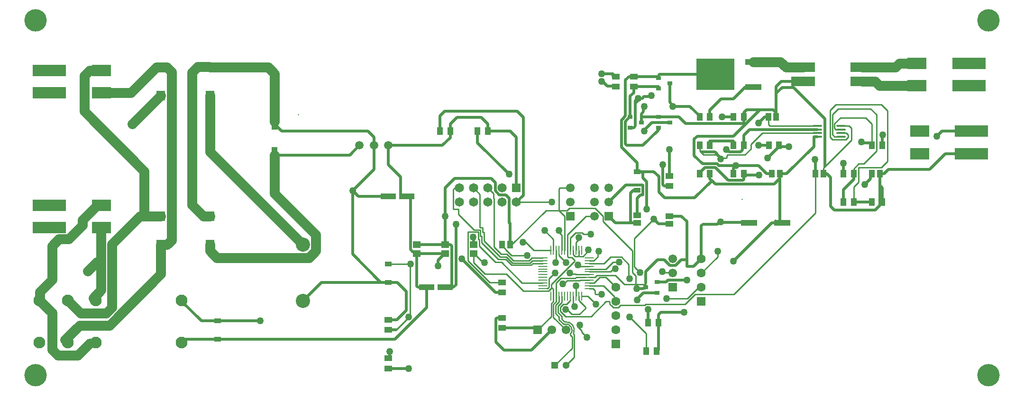
<source format=gtl>
G04*
G04 #@! TF.GenerationSoftware,Altium Limited,Altium Designer,23.2.1 (34)*
G04*
G04 Layer_Physical_Order=1*
G04 Layer_Color=255*
%FSLAX44Y44*%
%MOMM*%
G71*
G04*
G04 #@! TF.SameCoordinates,88D0D14B-AD0B-4371-A2B6-2D90086A33F9*
G04*
G04*
G04 #@! TF.FilePolarity,Positive*
G04*
G01*
G75*
%ADD15C,0.2540*%
%ADD18O,1.7000X0.3500*%
%ADD19R,1.1000X2.9000*%
%ADD20R,1.4500X1.0500*%
%ADD21R,1.0500X1.4500*%
%ADD22R,2.9000X1.1000*%
%ADD23R,2.8000X1.1000*%
%ADD24R,1.5000X1.7000*%
%ADD25R,1.6552X0.2525*%
G04:AMPARAMS|DCode=26|XSize=1.6552mm|YSize=0.2525mm|CornerRadius=0.1262mm|HoleSize=0mm|Usage=FLASHONLY|Rotation=0.000|XOffset=0mm|YOffset=0mm|HoleType=Round|Shape=RoundedRectangle|*
%AMROUNDEDRECTD26*
21,1,1.6552,0.0000,0,0,0.0*
21,1,1.4028,0.2525,0,0,0.0*
1,1,0.2525,0.7014,0.0000*
1,1,0.2525,-0.7014,0.0000*
1,1,0.2525,-0.7014,0.0000*
1,1,0.2525,0.7014,0.0000*
%
%ADD26ROUNDEDRECTD26*%
G04:AMPARAMS|DCode=27|XSize=0.2525mm|YSize=1.6552mm|CornerRadius=0.1262mm|HoleSize=0mm|Usage=FLASHONLY|Rotation=0.000|XOffset=0mm|YOffset=0mm|HoleType=Round|Shape=RoundedRectangle|*
%AMROUNDEDRECTD27*
21,1,0.2525,1.4028,0,0,0.0*
21,1,0.0000,1.6552,0,0,0.0*
1,1,0.2525,0.0000,-0.7014*
1,1,0.2525,0.0000,-0.7014*
1,1,0.2525,0.0000,0.7014*
1,1,0.2525,0.0000,0.7014*
%
%ADD27ROUNDEDRECTD27*%
%ADD28R,3.5000X2.0000*%
%ADD29R,6.0000X2.0000*%
%ADD30R,1.1046X1.3562*%
%ADD31R,1.3562X1.1046*%
%ADD32R,6.9000X5.6500*%
%ADD33R,2.8500X1.0000*%
%ADD34R,1.2200X0.9100*%
%ADD35R,0.9000X0.8000*%
%ADD36R,4.2700X1.7800*%
%ADD37R,1.4562X1.3046*%
%ADD59R,1.3000X1.3000*%
%ADD60C,1.3000*%
%ADD66C,0.2540*%
%ADD67C,1.7780*%
%ADD68C,0.5080*%
%ADD69C,2.5400*%
%ADD70C,1.6000*%
%ADD71R,1.6000X1.6000*%
%ADD72C,2.1000*%
%ADD73C,1.5500*%
%ADD74R,1.5500X1.5500*%
%ADD75R,1.5500X1.5500*%
%ADD76C,1.5190*%
%ADD77R,1.6500X1.6500*%
%ADD78C,1.6500*%
%ADD79C,4.0000*%
%ADD80C,1.2700*%
D15*
X986140Y100160D02*
Y100159D01*
X986140Y100682D02*
G03*
X971021Y121177I-13320J5998D01*
G01*
X980620Y99585D02*
G03*
X969848Y116797I-7800J7095D01*
G01*
X1243330Y237490D02*
Y247650D01*
X1214120Y208280D02*
X1243330Y237490D01*
X494530Y492080D02*
X494620Y492170D01*
X1286620Y340950D02*
X1286710Y340860D01*
X975320Y249535D02*
Y277085D01*
Y237962D02*
Y249535D01*
X1097280Y187960D02*
X1115220D01*
X961525Y360680D02*
X980440D01*
X960037Y320424D02*
X974728D01*
X970320Y249535D02*
Y300549D01*
X969896Y300973D02*
Y310565D01*
X875538Y259080D02*
X936882Y320424D01*
X969896Y300973D02*
X970320Y300549D01*
X960037Y359192D02*
X961525Y360680D01*
X960037Y320424D02*
X969896Y310565D01*
X936882Y320424D02*
X960037D01*
Y359192D01*
X883920Y335280D02*
X946963D01*
X1014075Y200780D02*
X1024128D01*
X1013884D02*
X1014075D01*
X960120Y281731D02*
X965320Y276531D01*
X960120Y281731D02*
Y284480D01*
X974728Y320424D02*
X978792Y324488D01*
X1261582Y420116D02*
X1292352D01*
X1302766Y430530D01*
X1260094Y415544D02*
Y418628D01*
X1261582Y420116D01*
X1248410Y412750D02*
X1249680Y414020D01*
X1241806Y420116D02*
X1248410Y413512D01*
Y412750D02*
Y413512D01*
X1249680Y414020D02*
X1258570D01*
X1260094Y415544D01*
X1213760Y424434D02*
X1218078Y420116D01*
X1241806D01*
X989584Y280924D02*
X1001810D01*
X1004488Y278246D02*
X1017154D01*
X990320Y263671D02*
X995680Y269031D01*
X1001810Y280924D02*
X1004488Y278246D01*
X990320Y249535D02*
Y263671D01*
X980320Y271660D02*
X989584Y280924D01*
X995680Y269031D02*
Y271780D01*
X980320Y249535D02*
Y271660D01*
X990832Y205780D02*
X1014075D01*
X979401Y208280D02*
X980631Y207050D01*
X989561D02*
X990832Y205780D01*
X980631Y207050D02*
X989561D01*
X993891Y222769D02*
X996640D01*
X998629Y220780D02*
X1014075D01*
X996640Y222769D02*
X998629Y220780D01*
X955320Y191012D02*
X963445Y199136D01*
X990324Y167029D02*
Y185924D01*
X990320Y167025D02*
X990324Y167029D01*
X963445Y199136D02*
X989307D01*
X990951Y200780D01*
X977536Y195072D02*
X997543D01*
X977165Y194700D02*
X977536Y195072D01*
X990324Y185924D02*
X990328Y185928D01*
X997543Y195072D02*
X998251Y195780D01*
X990951Y200780D02*
X1007068D01*
X960328Y239822D02*
X972704Y227446D01*
X946700Y188510D02*
X987759Y229569D01*
X982958Y236474D02*
X987759Y231673D01*
Y229569D02*
Y231673D01*
X955320Y167025D02*
Y191012D01*
X969219Y189230D02*
X974689Y194700D01*
X966470Y189230D02*
X969219D01*
X974689Y194700D02*
X977165D01*
X946700Y182417D02*
Y188510D01*
X896613Y176276D02*
X941070D01*
X945894Y181611D02*
X946700Y182417D01*
X942635Y198696D02*
X952335Y208396D01*
X953654D01*
X942635Y184100D02*
Y198696D01*
X998251Y195780D02*
X1014075D01*
X940259Y181724D02*
X942635Y184100D01*
X960328Y239822D02*
Y242528D01*
X955312Y228906D02*
Y249527D01*
X955320Y249535D01*
X953759Y227352D02*
X955312Y228906D01*
X807720Y243064D02*
X808478D01*
X824212Y227330D01*
X826770D01*
X1059145Y160056D02*
X1061720Y157480D01*
X1059145Y160056D02*
Y166406D01*
X1014075Y185780D02*
X1039770D01*
X1059145Y166406D01*
X1025704Y170180D02*
X1036320D01*
X1024216Y171668D02*
X1025704Y170180D01*
X1024216Y171668D02*
Y177637D01*
X1021073Y180780D02*
X1024216Y177637D01*
X865084Y233034D02*
X875360Y222758D01*
X866346Y237519D02*
X877044Y226822D01*
X878727Y230886D02*
X906758D01*
X864219Y251142D02*
X875330Y240030D01*
X858520Y257822D02*
X864219Y252124D01*
X910124Y222758D02*
X913146Y225780D01*
X856991Y242824D02*
X866789D01*
X912399Y230780D02*
X931565D01*
X851287Y233034D02*
X865084D01*
X875360Y222758D02*
X910124D01*
X906758Y230886D02*
X911652Y235780D01*
X908441Y226822D02*
X912399Y230780D01*
X913146Y225780D02*
X931565D01*
X877044Y226822D02*
X908441D01*
X864219Y251142D02*
Y252124D01*
X911652Y235780D02*
X931565D01*
X858520Y257822D02*
Y259080D01*
X854930Y237519D02*
X866346D01*
X866789Y242824D02*
X878727Y230886D01*
X875330Y240030D02*
X902970D01*
X844296Y255519D02*
X856991Y242824D01*
X1536192Y397256D02*
X1547114Y408178D01*
X1536192Y510032D02*
X1547114Y499110D01*
Y408178D02*
Y499110D01*
X975320Y237962D02*
X976808Y236474D01*
X996738Y238465D02*
X1003005D01*
X976808Y236474D02*
X982958D01*
X995320Y239882D02*
X996738Y238465D01*
X1003005D02*
X1012952Y248412D01*
X1486620Y362924D02*
X1494790Y371094D01*
Y397256D02*
X1536192D01*
X1494790Y371094D02*
Y397256D01*
X1486620Y335280D02*
Y362924D01*
X1211220Y426974D02*
X1213760Y424434D01*
X985320Y241784D02*
X988640Y238465D01*
X985320Y241784D02*
Y249535D01*
X1021990Y230780D02*
X1022350Y231140D01*
X1023102D01*
X1014075Y230780D02*
X1021990D01*
X1029296Y237334D02*
Y245706D01*
X1023102Y231140D02*
X1029296Y237334D01*
X1207067Y180305D02*
X1211544D01*
X1151890Y162560D02*
X1189323D01*
X1211544Y180305D02*
X1214120Y182880D01*
X1189323Y162560D02*
X1207067Y180305D01*
X1084580Y200660D02*
Y224228D01*
X1071461Y237347D02*
X1084580Y224228D01*
X1052054Y237347D02*
X1071461D01*
X1040487Y225780D02*
X1052054Y237347D01*
X1014075Y225780D02*
X1040487D01*
X1043820Y215780D02*
X1056243Y228203D01*
X1067673D01*
X1012952Y248412D02*
Y250190D01*
X1029296Y245706D02*
X1031240Y247650D01*
X1145540Y209550D02*
X1162050D01*
X1163320Y208280D01*
X1144270Y210820D02*
X1145540Y209550D01*
X1104806Y209296D02*
Y209550D01*
X1094994Y219362D02*
X1104806Y209550D01*
X1097280Y187960D02*
Y203200D01*
X1090930Y209550D02*
Y248519D01*
Y209550D02*
X1097280Y203200D01*
X1094994Y219362D02*
Y270614D01*
X1129284Y304904D01*
X1038476Y300973D02*
X1090930Y248519D01*
X1077260Y187960D02*
X1097280D01*
X1060496Y204724D02*
X1077260Y187960D01*
X1014075Y215780D02*
X1043820D01*
X1014075Y210780D02*
X1052581D01*
X1057701Y215900D02*
X1060450D01*
X1052581Y210780D02*
X1057701Y215900D01*
X1028072Y204724D02*
X1060496D01*
X1014075Y180780D02*
X1021073D01*
X971572Y130556D02*
X1017247D01*
X1044172Y157480D02*
X1049682D01*
X1017247Y130556D02*
X1044172Y157480D01*
X1000320Y167025D02*
X1011535D01*
X1026160Y152400D01*
X1050426Y156736D02*
X1051008Y156154D01*
Y152927D02*
Y156154D01*
X1049682Y157480D02*
X1050426Y156736D01*
X1051008Y152927D02*
X1054088Y149847D01*
X1000876Y102754D02*
X1009766Y93864D01*
X1000876Y102754D02*
Y105504D01*
X995172Y111207D02*
X1000876Y105504D01*
X995172Y111207D02*
Y113030D01*
X983189Y134620D02*
X996655D01*
X962406Y139722D02*
X971572Y130556D01*
X996655Y134620D02*
X1007263Y145228D01*
X974299Y143510D02*
X983189Y134620D01*
X988060Y148590D02*
Y151339D01*
X1007263Y145228D02*
Y147332D01*
X996264Y158331D02*
X1007263Y147332D01*
X995320Y160027D02*
X996264Y159083D01*
Y158331D02*
Y159083D01*
X995320Y160027D02*
Y167025D01*
X985320Y154079D02*
X988060Y151339D01*
X985320Y154079D02*
Y167025D01*
X971550Y143510D02*
X974299D01*
X946150Y130810D02*
Y154031D01*
X954278Y136356D02*
X960320Y130314D01*
X950320Y167025D02*
Y179290D01*
X950214Y152348D02*
X955312Y157446D01*
Y167018D01*
X954278Y136356D02*
Y150664D01*
X955312Y167018D02*
X955320Y167025D01*
X954278Y150664D02*
X960312Y156699D01*
X960320Y124927D02*
Y130314D01*
X960312Y156699D02*
Y167018D01*
X958342Y138039D02*
X965320Y131061D01*
X958342Y148981D02*
X965320Y155959D01*
X958342Y138039D02*
Y148981D01*
X922020Y106680D02*
X946150Y130810D01*
Y154031D02*
X950313Y158194D01*
X965320Y125675D02*
Y131061D01*
X950214Y129286D02*
X972820Y106680D01*
X950214Y129286D02*
Y152348D01*
X965320Y155959D02*
Y167025D01*
X950313Y167018D02*
X950320Y167025D01*
X962406Y139722D02*
Y147297D01*
X967923Y152814D02*
X973859D01*
X960312Y167018D02*
X960320Y167025D01*
X973859Y152814D02*
X979376Y158331D01*
X950313Y158194D02*
Y167018D01*
X962406Y147297D02*
X967923Y152814D01*
X987552Y57912D02*
Y97695D01*
X965320Y125675D02*
X969818Y121177D01*
X970870Y121177D01*
X986140Y99107D02*
X987552Y97695D01*
X970870Y121177D02*
X971021Y121177D01*
X986140Y100160D02*
X986140Y100682D01*
X986140Y100159D02*
X986140Y99107D01*
X980620Y98662D02*
X980620Y97610D01*
X980620Y98662D02*
X980620Y99585D01*
X968451Y116797D02*
X969503Y116797D01*
X969503D02*
X969848Y116797D01*
X980620Y97610D02*
X983488Y94742D01*
X960320Y124927D02*
X968451Y116797D01*
X983488Y73848D02*
Y94742D01*
X1115220Y182880D02*
Y187960D01*
Y191262D01*
X1115970Y68580D02*
Y100330D01*
X1086612Y129688D02*
X1115970Y100330D01*
X1070381Y150876D02*
X1113305D01*
X1066191Y146686D02*
X1069352Y149847D01*
X1070381Y150876D01*
X979376Y159083D02*
X980312Y160019D01*
X979376Y158331D02*
Y159083D01*
X946150Y181356D02*
X948254D01*
X950320Y179290D01*
X938571Y180788D02*
X939508Y181724D01*
X940259D01*
X941070Y176276D02*
X946150Y181356D01*
X1024128Y324488D02*
X1038476Y310140D01*
Y300973D02*
Y310140D01*
X1185164Y152654D02*
X1202690Y170180D01*
X1061720Y146686D02*
X1066191D01*
X1054088Y149847D02*
X1057249Y146686D01*
X1061720D01*
X1113305Y150876D02*
X1115082Y152654D01*
X1185164D01*
X993902Y238465D02*
X995320Y239882D01*
X988640Y238465D02*
X993902D01*
X934720Y284480D02*
X950320Y268880D01*
Y249535D02*
Y268880D01*
X965320Y249535D02*
Y276531D01*
X1435354Y399258D02*
X1482344Y446249D01*
X1432336Y396240D02*
X1435354Y399258D01*
X1024128Y200780D02*
X1028072Y204724D01*
X1518920Y440690D02*
Y475742D01*
Y436880D02*
Y440690D01*
X694182Y129286D02*
Y223868D01*
X1212236Y427990D02*
X1214776Y425450D01*
X915162Y249428D02*
X945320D01*
X1211220Y429006D02*
Y436880D01*
Y429006D02*
X1212236Y427990D01*
X1211220Y426974D02*
X1212236Y427990D01*
X1302766Y430530D02*
Y438912D01*
X1322884Y459030D01*
X1421720D01*
X694182Y223868D02*
X694944Y224630D01*
X691896Y129286D02*
Y130048D01*
X669290Y106680D02*
X691896Y129286D01*
X655320Y224630D02*
X685198D01*
X694944D01*
X807720Y360680D02*
X818896Y349504D01*
Y290068D02*
Y349504D01*
Y290068D02*
X823976D01*
Y281860D02*
Y290068D01*
Y281860D02*
X825924D01*
Y266525D02*
Y281860D01*
Y266525D02*
X854930Y237519D01*
X836062Y192130D02*
X858520D01*
X797560Y230632D02*
X836062Y192130D01*
X797560Y230632D02*
Y281940D01*
X815848D01*
Y268398D02*
Y281940D01*
Y268398D02*
X817796D01*
Y256878D02*
Y268398D01*
Y256878D02*
X846836Y227838D01*
X857276D01*
X894334Y190780D01*
X931565D01*
X773938Y360680D02*
X782320D01*
X771144Y357886D02*
X773938Y360680D01*
X771144Y323177D02*
Y357886D01*
Y323177D02*
X780378D01*
Y313944D02*
Y323177D01*
Y313944D02*
X808317Y286004D01*
X819912D01*
Y275079D02*
Y286004D01*
Y275079D02*
X821860D01*
Y262461D02*
Y275079D01*
Y262461D02*
X851287Y233034D01*
X1463720Y459030D02*
X1473200D01*
X1476502Y455728D01*
Y451358D02*
Y455728D01*
X1472438Y447294D02*
X1476502Y451358D01*
X1448308Y447294D02*
X1472438D01*
X1444244Y451358D02*
X1448308Y447294D01*
X1444244Y451358D02*
Y500126D01*
X1454150Y510032D01*
X1536192D01*
X833120Y360680D02*
X843330Y350470D01*
Y342646D02*
Y350470D01*
Y342646D02*
X844296D01*
Y255519D02*
Y342646D01*
X807720Y227444D02*
Y243064D01*
Y227444D02*
X828321Y206843D01*
X866047D01*
X896613Y176276D01*
X975320Y277085D02*
X1008115Y309880D01*
X1023620D01*
X1432336Y386080D02*
Y396240D01*
X1482344Y446249D02*
Y467614D01*
X1477928Y472030D02*
X1482344Y467614D01*
X1463720Y472030D02*
X1477928D01*
X978792Y324488D02*
X1024128D01*
X872536Y259080D02*
X875538D01*
X1454456Y465530D02*
X1463720D01*
X1452372Y467614D02*
X1454456Y465530D01*
X1452372Y467614D02*
Y475996D01*
X1463040Y486664D01*
X1507998D01*
X1518920Y475742D01*
X1202690Y170180D02*
X1272540D01*
X1418320Y315960D01*
Y386080D01*
X1334112Y474472D02*
Y487680D01*
Y474472D02*
X1336554Y472030D01*
X1421720D01*
X995320Y239882D02*
Y249535D01*
X1452372Y452530D02*
X1463720D01*
X1448308Y456594D02*
X1452372Y452530D01*
X1448308Y456594D02*
Y491998D01*
X1458722Y502412D01*
X1516634D01*
X1527048Y491998D01*
Y426720D02*
Y491998D01*
X1504442Y404114D02*
X1527048Y426720D01*
X1495552Y404114D02*
X1504442D01*
X1486620Y395182D02*
X1495552Y404114D01*
X1486620Y386080D02*
Y395182D01*
X952820Y43180D02*
X983488Y73848D01*
X972820Y43180D02*
X987552Y57912D01*
X1014075Y190780D02*
X1022884D01*
X1032764Y200660D01*
X1043940D01*
X1061720Y182880D01*
X895604Y263652D02*
X900938D01*
X915162Y249428D01*
X945320D02*
Y249535D01*
D18*
X1421720Y472030D02*
D03*
Y465530D02*
D03*
Y459030D02*
D03*
Y452530D02*
D03*
X1463720Y472030D02*
D03*
Y465530D02*
D03*
Y459030D02*
D03*
Y452530D02*
D03*
D19*
X452120Y419580D02*
D03*
Y479580D02*
D03*
D20*
X655320Y55880D02*
D03*
Y37380D02*
D03*
Y125180D02*
D03*
Y106680D02*
D03*
X1093470Y560430D02*
D03*
Y541930D02*
D03*
X1061720D02*
D03*
Y560430D02*
D03*
X1156970Y382630D02*
D03*
Y364130D02*
D03*
X858520Y192130D02*
D03*
Y173630D02*
D03*
Y128630D02*
D03*
Y110130D02*
D03*
D21*
X1229720Y487680D02*
D03*
X1211220D02*
D03*
X1518920Y436880D02*
D03*
X1537420D02*
D03*
X1486620Y335280D02*
D03*
X1468120D02*
D03*
Y386080D02*
D03*
X1486620D02*
D03*
X1537420Y335280D02*
D03*
X1518920D02*
D03*
X1271820Y436880D02*
D03*
X1290320D02*
D03*
X1229720D02*
D03*
X1211220D02*
D03*
X1290320Y487680D02*
D03*
X1271820D02*
D03*
X1334770Y436880D02*
D03*
X1353270D02*
D03*
X1229720Y386080D02*
D03*
X1211220D02*
D03*
X1271820D02*
D03*
X1290320D02*
D03*
X1137920Y119380D02*
D03*
X1119420D02*
D03*
X1115970Y68580D02*
D03*
X1134470D02*
D03*
X766170Y462280D02*
D03*
X747670D02*
D03*
X814620D02*
D03*
X833120D02*
D03*
D22*
X1299210Y298450D02*
D03*
X1359210D02*
D03*
D23*
X723710Y182880D02*
D03*
X756920D02*
D03*
X655320Y345440D02*
D03*
X688530D02*
D03*
D24*
X248920Y525780D02*
D03*
Y576580D02*
D03*
X336550D02*
D03*
Y525780D02*
D03*
Y259080D02*
D03*
Y309880D02*
D03*
X248920D02*
D03*
Y259080D02*
D03*
D25*
X931565Y235780D02*
D03*
D26*
Y230780D02*
D03*
Y225780D02*
D03*
Y220780D02*
D03*
Y215780D02*
D03*
Y210780D02*
D03*
Y205780D02*
D03*
Y200780D02*
D03*
Y195780D02*
D03*
Y190780D02*
D03*
Y185780D02*
D03*
Y180780D02*
D03*
X1014075D02*
D03*
Y185780D02*
D03*
Y190780D02*
D03*
Y195780D02*
D03*
Y200780D02*
D03*
Y205780D02*
D03*
Y210780D02*
D03*
Y215780D02*
D03*
Y220780D02*
D03*
Y225780D02*
D03*
Y230780D02*
D03*
Y235780D02*
D03*
D27*
X945320Y167025D02*
D03*
X950320D02*
D03*
X955320D02*
D03*
X960320D02*
D03*
X965320D02*
D03*
X970320D02*
D03*
X975320D02*
D03*
X980320D02*
D03*
X985320D02*
D03*
X990320D02*
D03*
X995320D02*
D03*
X1000320D02*
D03*
Y249535D02*
D03*
X995320D02*
D03*
X990320D02*
D03*
X985320D02*
D03*
X980320D02*
D03*
X975320D02*
D03*
X970320D02*
D03*
X965320D02*
D03*
X960320D02*
D03*
X955320D02*
D03*
X950320D02*
D03*
X945320D02*
D03*
D28*
X142770Y531180D02*
D03*
Y571180D02*
D03*
Y289880D02*
D03*
Y329880D02*
D03*
X1604220Y422280D02*
D03*
Y462280D02*
D03*
X1599670Y543880D02*
D03*
Y583880D02*
D03*
D29*
X50270Y531180D02*
D03*
Y571180D02*
D03*
Y289880D02*
D03*
Y329880D02*
D03*
X1696720Y422280D02*
D03*
Y462280D02*
D03*
X1692170Y543880D02*
D03*
Y583880D02*
D03*
D30*
X1418320Y386080D02*
D03*
X1432336D02*
D03*
X1354478D02*
D03*
X1340462D02*
D03*
X1334112Y487680D02*
D03*
X1348128D02*
D03*
X1518920Y386080D02*
D03*
X1532936D02*
D03*
X858520Y259080D02*
D03*
X872536D02*
D03*
D31*
X1156970Y296522D02*
D03*
Y310538D02*
D03*
X1099820Y298180D02*
D03*
Y312195D02*
D03*
D32*
X1239520Y563880D02*
D03*
D33*
X1307520Y586680D02*
D03*
Y541080D02*
D03*
D34*
X350520Y90330D02*
D03*
Y123030D02*
D03*
X655320Y224630D02*
D03*
Y191930D02*
D03*
X1099820Y389730D02*
D03*
Y357030D02*
D03*
D35*
X1157920Y547980D02*
D03*
X1137920Y538480D02*
D03*
Y557480D02*
D03*
X1157920Y478180D02*
D03*
X1137920Y468680D02*
D03*
Y487680D02*
D03*
X1107120Y478180D02*
D03*
X1087120Y468680D02*
D03*
Y487680D02*
D03*
X1115220Y182880D02*
D03*
X1135220Y192380D02*
D03*
Y173380D02*
D03*
D36*
X1502120Y576580D02*
D03*
Y551180D02*
D03*
X1396020D02*
D03*
Y576580D02*
D03*
D37*
X807720Y259080D02*
D03*
Y243064D02*
D03*
X706120D02*
D03*
Y259080D02*
D03*
X756920Y243064D02*
D03*
Y259080D02*
D03*
D59*
X952820Y43180D02*
D03*
D60*
X972820D02*
D03*
D66*
X1050426Y156736D02*
D03*
X970870Y121177D02*
D03*
X980620Y98662D02*
D03*
X969503Y116797D02*
D03*
D67*
X315215Y577792D02*
X335338D01*
X304800Y330200D02*
X325120Y309880D01*
X335338Y577792D02*
X336550Y576580D01*
X304800Y330200D02*
Y567377D01*
X315215Y577792D01*
X336550Y576580D02*
X440690D01*
X325120Y309880D02*
X336550D01*
X54610Y71883D02*
Y137160D01*
X32350Y159420D02*
X54610Y137160D01*
X32350Y159420D02*
X32966Y160036D01*
Y175206D01*
X54610Y196850D01*
Y71883D02*
X65025Y61468D01*
X100908D01*
X78105Y89065D02*
X104102Y115062D01*
X128505Y164065D02*
X142240Y177800D01*
Y228140D01*
X82750Y159420D02*
X105772Y136398D01*
X151129D01*
X104102Y115062D02*
X157093D01*
X248920Y206889D02*
Y259080D01*
X157093Y115062D02*
X248920Y206889D01*
X161544Y146813D02*
Y260096D01*
X151129Y136398D02*
X161544Y146813D01*
X54610Y196850D02*
Y257170D01*
X66906Y269466D01*
X84584D01*
X118110Y212090D02*
X134160Y228140D01*
X142240D02*
Y288770D01*
X109015Y303625D02*
X134160Y328770D01*
X161544Y260096D02*
X211328Y309880D01*
X109015Y293897D02*
Y303625D01*
X84584Y269466D02*
X109015Y293897D01*
X141660Y328770D02*
X142770Y329880D01*
X134160Y328770D02*
X141660D01*
X198120Y474980D02*
X248920Y525780D01*
X452120Y351282D02*
Y419354D01*
X336550Y425450D02*
Y525780D01*
Y425450D02*
X502920Y259080D01*
X440690Y576580D02*
X452120Y565150D01*
Y479580D02*
Y565150D01*
X248920Y259080D02*
X260096D01*
X268224Y267208D01*
Y568452D01*
X260096Y576580D02*
X268224Y568452D01*
X248920Y576580D02*
X260096D01*
X241234D02*
X248920D01*
X195834Y531180D02*
X241234Y576580D01*
X142770Y531180D02*
X195834D01*
X336550Y248158D02*
Y259080D01*
Y248158D02*
X348742Y235966D01*
X513842D01*
X526034Y248158D01*
Y277368D01*
X452120Y351282D02*
X526034Y277368D01*
X211328Y309880D02*
X219456D01*
Y390652D01*
X112268Y497840D02*
Y561528D01*
X219456Y309880D02*
X248920D01*
X112268Y497840D02*
X219456Y390652D01*
X112268Y561528D02*
X121920Y571180D01*
X142770D01*
X100908Y61468D02*
X121920Y82480D01*
X1502120Y551180D02*
X1525082D01*
X1532382Y543880D01*
X1599670D01*
X1502120Y576580D02*
X1560896D01*
X1568196Y583880D01*
X1599670D01*
X1307520Y586680D02*
X1355658D01*
X1365758Y576580D01*
X1396020D01*
D68*
X1415542Y435102D02*
Y452530D01*
X1085088Y560430D02*
X1137920D01*
X1347733Y298450D02*
Y300927D01*
Y295973D02*
Y298450D01*
X1357438D01*
X1339850D02*
X1347733D01*
X766170Y450850D02*
Y475742D01*
X694775Y250874D02*
Y345440D01*
X858520Y110130D02*
X922020D01*
X723646Y146812D02*
Y182880D01*
X282370Y90330D02*
X350520D01*
X1271270Y229870D02*
X1271270D01*
X1271270D02*
X1339850Y298450D01*
X1354478Y378206D02*
Y386080D01*
Y301410D02*
Y378206D01*
Y301410D02*
X1357438Y298450D01*
X1359210D01*
X1248410Y299720D02*
X1249045Y299085D01*
X1298575D02*
X1299210Y298450D01*
X1249045Y299085D02*
X1298575D01*
X1347250Y301410D02*
X1347733Y300927D01*
X1347250Y295490D02*
X1347733Y295973D01*
X629920Y393700D02*
Y436880D01*
X591820Y355600D02*
X629920Y393700D01*
X591820Y355600D02*
X601980Y345440D01*
X655320D01*
X677069Y348400D02*
Y380197D01*
X680030Y345440D02*
X688530D01*
X654920Y402347D02*
Y436880D01*
Y402347D02*
X677069Y380197D01*
Y348400D02*
X680030Y345440D01*
X591820Y242222D02*
X642112Y191930D01*
X591820Y242222D02*
Y355600D01*
X629920Y436880D02*
Y451358D01*
X1379474Y540766D02*
X1435354Y484886D01*
X1271524Y453390D02*
X1319276Y501142D01*
X1532936Y329438D02*
Y365418D01*
X768350Y182880D02*
Y256794D01*
X694775Y250874D02*
X698601Y247048D01*
X702137D02*
X706120Y243064D01*
X698601Y247048D02*
X702137D01*
X1242538Y295910D02*
X1246348Y299720D01*
X1248410D01*
X1217080Y295910D02*
X1242538D01*
X1214120Y292950D02*
X1217080Y295910D01*
X1214120Y233680D02*
Y292950D01*
X1200658Y220218D02*
X1214120Y233680D01*
X1057010Y560430D02*
Y564706D01*
X1264442Y425450D02*
X1284634D01*
X1287610Y428426D01*
Y434170D01*
X1290320Y436880D01*
X1242695Y420527D02*
Y421005D01*
Y420527D02*
X1248410Y414812D01*
X1245811Y400558D02*
X1276096D01*
X1238250Y425450D02*
X1242695Y421005D01*
X1248410Y412750D02*
Y414812D01*
X1242510Y403860D02*
X1245811Y400558D01*
X1239527Y403860D02*
X1242510D01*
X1214776Y425450D02*
X1238250D01*
X1220534Y397394D02*
X1236654D01*
X1211220Y388080D02*
X1220534Y397394D01*
X1216522Y403998D02*
X1239389D01*
X1239527Y403860D01*
X1236654Y397394D02*
X1236792Y397256D01*
X1211220Y386080D02*
Y388080D01*
X1201674Y418846D02*
X1216522Y403998D01*
X1239774Y397256D02*
X1262380Y374650D01*
X1236792Y397256D02*
X1239774D01*
X706120Y243064D02*
X756162D01*
X744220Y231122D02*
X756162Y243064D01*
X744220Y220980D02*
Y231122D01*
X756162Y243064D02*
X756920D01*
X1295400Y501142D02*
X1319276D01*
X1271820Y396282D02*
X1276096Y400558D01*
X1348128Y496062D02*
Y529994D01*
X1111062Y505272D02*
X1112520Y506730D01*
X1111062Y497300D02*
Y505272D01*
X1107120Y493358D02*
X1111062Y497300D01*
X1107120Y485328D02*
Y493358D01*
X1096518Y471678D02*
Y512572D01*
X1087120Y468680D02*
X1093520D01*
X1096518Y471678D01*
X1105408Y521462D02*
X1108680D01*
X1111540Y524322D01*
X1123762D01*
X1125220Y525780D01*
X1468120Y386080D02*
Y405130D01*
X1537695Y455655D02*
X1537970Y455930D01*
X1537695Y437155D02*
Y455655D01*
X1537420Y436880D02*
X1537695Y437155D01*
X1499870Y442976D02*
X1501328Y441518D01*
X1518092D02*
X1518920Y440690D01*
X1501328Y441518D02*
X1518092D01*
X1036053Y565401D02*
X1036748Y564706D01*
X1046850Y542712D02*
X1060938D01*
X1038382Y551180D02*
X1046850Y542712D01*
X1060938D02*
X1061720Y541930D01*
X1036320Y551180D02*
X1038382D01*
X1036748Y564706D02*
X1057010D01*
X1135220Y192380D02*
X1151573D01*
X1154773Y195580D01*
X1188720D01*
X1417820Y386580D02*
X1418320Y386080D01*
X1417320Y411480D02*
X1417820Y410980D01*
Y386580D02*
Y410980D01*
X1354478Y386080D02*
X1366520D01*
X1415542Y435102D01*
X1516098Y376908D02*
Y383258D01*
X1518920Y386080D01*
X1506220Y367030D02*
X1516098Y376908D01*
X1163320Y506730D02*
X1194170D01*
X1211220Y487680D02*
Y489680D01*
X1157920Y514192D02*
Y547980D01*
X1163320Y506730D02*
Y508792D01*
Y505747D02*
Y506730D01*
X1194170D02*
X1211220Y489680D01*
X1157920Y514192D02*
X1163320Y508792D01*
X1126358Y478180D02*
X1157920D01*
X1112520Y464342D02*
X1126358Y478180D01*
X1112520Y462280D02*
Y464342D01*
X1078556Y439856D02*
X1081531Y436880D01*
X1110121D01*
X1137920Y464679D01*
X1075820Y486410D02*
Y487217D01*
X1071952Y482542D02*
X1075820Y486410D01*
Y487217D02*
X1078484Y489881D01*
X1078556Y439856D02*
Y479806D01*
X1071952Y434145D02*
X1099820Y406276D01*
Y389730D02*
Y406276D01*
X1071952Y434145D02*
Y482542D01*
X1137920Y464679D02*
Y468680D01*
X1086430Y487680D02*
X1087120D01*
X1078556Y479806D02*
X1086430Y487680D01*
X1258561Y429269D02*
X1260623D01*
X1264442Y425450D01*
X321470Y123030D02*
X350520D01*
X286298Y158202D02*
X321470Y123030D01*
X1178757Y232410D02*
X1188466D01*
X1168214Y221866D02*
X1178757Y232410D01*
X1136556D02*
X1147883D01*
X1188466Y220218D02*
Y232410D01*
X1147883D02*
X1158427Y221866D01*
X1188466Y232410D02*
Y300632D01*
X1115220Y211074D02*
X1136556Y232410D01*
X1158427Y221866D02*
X1168214D01*
X1115220Y191262D02*
Y211074D01*
X1098550Y180340D02*
X1110284D01*
X1110696Y173380D02*
X1135220D01*
X1107104Y169788D02*
X1110696Y173380D01*
X1099820Y162082D02*
X1107104Y169366D01*
Y169788D01*
X1099820Y160020D02*
Y162082D01*
X1110284Y180340D02*
X1111364Y181420D01*
X1113760D02*
X1115220Y182880D01*
X1111364Y181420D02*
X1113760D01*
X1118870Y143510D02*
X1119420Y142960D01*
Y119380D02*
Y142960D01*
X1141730Y138060D02*
X1183502D01*
X1137920Y134250D02*
X1141730Y138060D01*
X1137920Y70612D02*
Y134250D01*
X426560Y123030D02*
X426720Y123190D01*
X350520Y123030D02*
X426560D01*
X1137920Y560430D02*
Y561848D01*
X1107440Y389730D02*
X1129792D01*
X1233149Y374015D02*
X1239372Y367792D01*
X1229720Y377444D02*
X1233149Y374015D01*
X1202542Y343408D02*
X1233149Y374015D01*
X657860Y55880D02*
Y68326D01*
X1348128Y529994D02*
Y541932D01*
X1343048Y501142D02*
X1348128Y496062D01*
X1319276Y501142D02*
X1343048D01*
X1348128Y529994D02*
X1358900Y540766D01*
X1107120Y478180D02*
Y485328D01*
X1532936Y365418D02*
Y386080D01*
X1188466Y220218D02*
X1200658D01*
X756920Y309880D02*
Y361188D01*
Y259080D02*
Y309880D01*
X642112Y191930D02*
X655320D01*
X535770D02*
X642112D01*
X452120Y419354D02*
X586394D01*
X1060720Y298180D02*
X1090946D01*
X1353270Y434848D02*
X1370838D01*
X1290320Y384048D02*
X1317498D01*
X1290320D02*
Y386080D01*
Y376682D02*
Y384048D01*
X1093470Y541930D02*
X1137920D01*
X1096518Y512572D02*
X1105408Y521462D01*
X1096518Y512572D02*
Y516890D01*
X1229720Y445262D02*
X1271820D01*
X1134470Y70612D02*
X1137920D01*
X1134470Y68580D02*
Y70612D01*
X1156970Y382630D02*
Y429768D01*
X1250950Y487680D02*
X1271820D01*
X1229720Y436880D02*
Y445262D01*
X1271820Y436880D02*
Y445262D01*
X1057010Y560430D02*
X1061720D01*
X1096518Y516890D02*
X1101090Y521462D01*
X1137920Y538480D02*
Y541930D01*
X786384Y234264D02*
X847018Y173630D01*
X858520D01*
X1229720Y487680D02*
Y500126D01*
X1249532Y519938D01*
X1272032D01*
X1293174Y541080D01*
X1307520D01*
X1093470Y531368D02*
Y541930D01*
X1087120Y525018D02*
X1093470Y531368D01*
X1087120Y487680D02*
Y525018D01*
X1078484Y489881D02*
Y553826D01*
X1085088Y560430D01*
X1288288Y374650D02*
X1290320Y376682D01*
X1262380Y374650D02*
X1288288D01*
X1178560Y310538D02*
X1188466Y300632D01*
X1156970Y310538D02*
X1178560D01*
X1271820Y386080D02*
Y396282D01*
X1276096Y400558D02*
X1316736D01*
X1435354Y399258D02*
Y484886D01*
X1358900Y540766D02*
X1379474D01*
X1207008Y453390D02*
X1271524D01*
X1201674Y448056D02*
X1207008Y453390D01*
X1316736Y400558D02*
X1331214Y386080D01*
X1201674Y418846D02*
Y448056D01*
X1331214Y386080D02*
X1340462D01*
X1332992Y414570D02*
X1353270Y434848D01*
Y436880D01*
X1644142Y462280D02*
X1696720D01*
X1635252Y453390D02*
X1644142Y462280D01*
X747670D02*
Y489606D01*
X755904Y497840D01*
X885952D01*
X896366Y487426D01*
Y347726D02*
Y487426D01*
X883920Y335280D02*
X896366Y347726D01*
X872536Y259080D02*
Y297388D01*
X871220Y298704D02*
X872536Y297388D01*
X871220Y298704D02*
Y342392D01*
X865632Y347980D02*
X871220Y342392D01*
X853805Y347980D02*
X865632D01*
X846206Y355579D02*
X853805Y347980D01*
X846206Y355579D02*
Y370611D01*
X838611Y378206D02*
X846206Y370611D01*
X773938Y378206D02*
X838611D01*
X756920Y361188D02*
X773938Y378206D01*
X833120Y462280D02*
X872998D01*
X883920Y451358D01*
Y360680D02*
Y451358D01*
X814620Y441664D02*
Y462280D01*
Y441664D02*
X870966Y385318D01*
X849376Y128630D02*
X858520D01*
X847090Y126344D02*
X849376Y128630D01*
X847090Y85090D02*
Y126344D01*
Y85090D02*
X861568Y70612D01*
X911352D01*
X947420Y106680D01*
X1486620Y335280D02*
X1518920D01*
X1468120D02*
Y357674D01*
X1486620Y376174D01*
Y386080D01*
X708406Y182880D02*
X723646D01*
X706120Y185166D02*
X708406Y182880D01*
X706120Y185166D02*
Y243064D01*
X655320Y106680D02*
X669290D01*
X691896Y130048D02*
X692658Y129286D01*
X694182D01*
X723646Y182880D02*
X723710D01*
X667164Y90330D02*
X723646Y146812D01*
X350520Y90330D02*
X667164D01*
X655320Y37380D02*
X691896D01*
X655320Y191930D02*
X671576D01*
X687578Y175928D01*
Y141991D02*
Y175928D01*
X670767Y125180D02*
X687578Y141991D01*
X655320Y125180D02*
X670767D01*
X807720Y259080D02*
Y271780D01*
X806704Y272796D02*
X807720Y271780D01*
X1099820Y389730D02*
X1107440D01*
X1110234Y386936D01*
Y378602D02*
Y386936D01*
Y378602D02*
X1116588Y372248D01*
Y322580D02*
Y372248D01*
X1148080Y364130D02*
X1156970D01*
X1145286Y366924D02*
X1148080Y364130D01*
X1145286Y366924D02*
Y402590D01*
X1129284Y304904D02*
X1137666Y296522D01*
X1156970D01*
X1090946Y298180D02*
X1099820D01*
X1088136Y300990D02*
X1090946Y298180D01*
X1088136Y300990D02*
Y351950D01*
X1093216Y357030D01*
X1099820D01*
Y312195D02*
Y342828D01*
X1105408Y348416D01*
X1109984D01*
Y365760D01*
X1079500D02*
X1109984D01*
X1049020Y335280D02*
X1079500Y365760D01*
X1049020Y309880D02*
X1060720Y298180D01*
X1290320Y436880D02*
Y455370D01*
X1300480Y465530D01*
X1421720D01*
X1316736Y436880D02*
X1334770D01*
X1316736Y477266D02*
X1327150Y487680D01*
X1334112D01*
X1148842Y343408D02*
X1202542D01*
X1138428Y353822D02*
X1148842Y343408D01*
X1138428Y353822D02*
Y381094D01*
X1129792Y389730D02*
X1138428Y381094D01*
X1415542Y452530D02*
X1421720D01*
X452120Y419354D02*
Y419580D01*
X586394Y419354D02*
X603920Y436880D01*
X706120Y259080D02*
X756920D01*
Y182880D02*
X768350D01*
X771652D01*
X775970Y187198D01*
Y295910D01*
X756920Y259080D02*
X766064D01*
X768350Y256794D01*
X618744Y462534D02*
X629920Y451358D01*
X465074Y462534D02*
X618744D01*
X452120Y475488D02*
X465074Y462534D01*
X452120Y475488D02*
Y479580D01*
X502920Y159080D02*
X535770Y191930D01*
X1432336Y386080D02*
X1438656D01*
X1445260Y379476D01*
Y327914D02*
Y379476D01*
Y327914D02*
X1451864Y321310D01*
X1524808D01*
X1532936Y329438D01*
Y365418D02*
X1537420Y360934D01*
Y335280D02*
Y360934D01*
X1650492Y422280D02*
X1696720D01*
X1622166Y393954D02*
X1650492Y422280D01*
X1548892Y393954D02*
X1622166D01*
X1541018Y386080D02*
X1548892Y393954D01*
X1532936Y386080D02*
X1541018D01*
X1348128Y487680D02*
Y496062D01*
Y541932D02*
X1357376Y551180D01*
X1396020D01*
X1290320Y496062D02*
X1295400Y501142D01*
X1290320Y487680D02*
Y496062D01*
Y478282D02*
Y487680D01*
X1288288Y476250D02*
X1290320Y478282D01*
X1185926Y476250D02*
X1288288D01*
X1174496Y487680D02*
X1185926Y476250D01*
X1137920Y487680D02*
X1174496D01*
X1109472D02*
X1137920D01*
X1107120Y485328D02*
X1109472Y487680D01*
X655320Y55880D02*
X657860D01*
X922020Y106680D02*
Y110130D01*
X654920Y436880D02*
X752200D01*
X766170Y450850D01*
Y475742D02*
X777854Y487426D01*
X821436D01*
X833120Y475742D01*
Y462280D02*
Y475742D01*
X1229720Y377444D02*
Y386080D01*
X1344064Y367792D02*
X1354478Y378206D01*
X1239372Y367792D02*
X1344064D01*
X1137920Y557480D02*
Y560430D01*
Y561848D02*
X1139952Y563880D01*
X1239520D01*
D69*
X502920Y159080D02*
D03*
Y259080D02*
D03*
D70*
X1061720Y132080D02*
D03*
Y106680D02*
D03*
Y157480D02*
D03*
Y182880D02*
D03*
X1214120Y233680D02*
D03*
Y208280D02*
D03*
Y182880D02*
D03*
D71*
X1061720Y81280D02*
D03*
X1214120Y157480D02*
D03*
D72*
X285750Y159420D02*
D03*
X133150D02*
D03*
X82750D02*
D03*
X32350D02*
D03*
Y84420D02*
D03*
X82750D02*
D03*
X133150D02*
D03*
X285750D02*
D03*
D73*
X1023620Y360680D02*
D03*
Y335280D02*
D03*
Y309880D02*
D03*
X1049020Y360680D02*
D03*
Y335280D02*
D03*
X980440Y360680D02*
D03*
Y335280D02*
D03*
X972820Y106680D02*
D03*
X947420D02*
D03*
X1163320Y233680D02*
D03*
Y208280D02*
D03*
D74*
X1049020Y309880D02*
D03*
X980440D02*
D03*
X1163320Y182880D02*
D03*
D75*
X922020Y106680D02*
D03*
D76*
X654920Y436880D02*
D03*
X629920D02*
D03*
X603920D02*
D03*
D77*
X883920Y360680D02*
D03*
D78*
Y335280D02*
D03*
X858520Y360680D02*
D03*
Y335280D02*
D03*
X833120Y360680D02*
D03*
Y335280D02*
D03*
X807720Y360680D02*
D03*
Y335280D02*
D03*
X782320Y360680D02*
D03*
Y335280D02*
D03*
D79*
X25400Y25400D02*
D03*
X1727200D02*
D03*
Y660400D02*
D03*
X25400D02*
D03*
D80*
X1271270Y229870D02*
D03*
X1243330Y247650D02*
D03*
X591820Y355600D02*
D03*
X1248410Y299720D02*
D03*
X946963Y335280D02*
D03*
X960120Y284480D02*
D03*
X1248410Y412750D02*
D03*
X995680Y271780D02*
D03*
X979401Y208280D02*
D03*
X993891Y222769D02*
D03*
X990328Y185928D02*
D03*
X972704Y227446D02*
D03*
X966470Y189230D02*
D03*
X953654Y208396D02*
D03*
X953759Y227352D02*
D03*
X826770Y227330D02*
D03*
X744220Y220980D02*
D03*
X1017154Y278246D02*
D03*
X1112520Y506730D02*
D03*
X1125220Y525780D02*
D03*
X1036320Y170180D02*
D03*
X902970Y240030D02*
D03*
X1468120Y405130D02*
D03*
X1537970Y455930D02*
D03*
X1499870Y442976D02*
D03*
X1036320Y551180D02*
D03*
X1036053Y565401D02*
D03*
X1188720Y195580D02*
D03*
X1417320Y411480D02*
D03*
X1506220Y367030D02*
D03*
X1163320Y506730D02*
D03*
X1112520Y462280D02*
D03*
X1258561Y429269D02*
D03*
X118110Y212090D02*
D03*
X1151890Y162560D02*
D03*
X1085850Y198120D02*
D03*
X1012952Y250190D02*
D03*
X1031240Y247650D02*
D03*
X1144270Y210820D02*
D03*
X1067673Y228203D02*
D03*
X1104806Y209296D02*
D03*
X1060450Y215900D02*
D03*
X1026160Y152400D02*
D03*
X996950Y115570D02*
D03*
X1009766Y93864D02*
D03*
X988060Y148590D02*
D03*
X971550Y143510D02*
D03*
X1098550Y180340D02*
D03*
X1099820Y160020D02*
D03*
X1086612Y129688D02*
D03*
X1118870Y143510D02*
D03*
X1183502Y138060D02*
D03*
X426720Y123190D02*
D03*
X934720Y284480D02*
D03*
X198120Y474980D02*
D03*
X1156970Y429768D02*
D03*
X1250950Y487680D02*
D03*
X1101090Y521462D02*
D03*
X786384Y234264D02*
D03*
X1276096Y400558D02*
D03*
X1317498Y384048D02*
D03*
X1332992Y414570D02*
D03*
X1370838Y434848D02*
D03*
X1635252Y453390D02*
D03*
X870966Y385318D02*
D03*
X691896Y37380D02*
D03*
Y130048D02*
D03*
X694944Y224630D02*
D03*
X806704Y272796D02*
D03*
X1116588Y322580D02*
D03*
X1145286Y402590D02*
D03*
X1129284Y304904D02*
D03*
X1316736Y436880D02*
D03*
Y477266D02*
D03*
X775970Y295910D02*
D03*
X756920Y309880D02*
D03*
X657860Y68326D02*
D03*
X895604Y263652D02*
D03*
M02*

</source>
